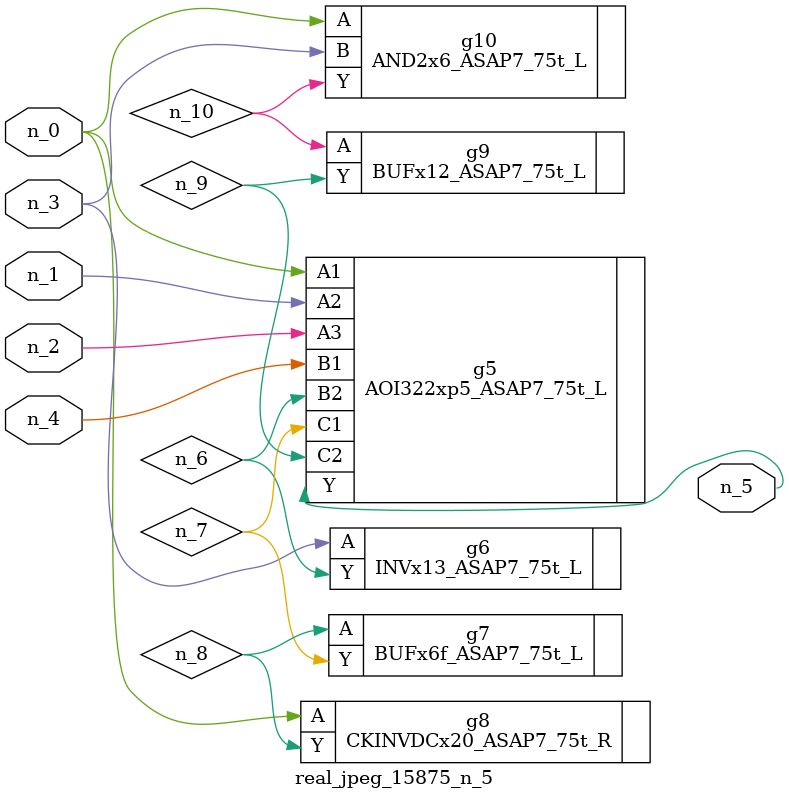
<source format=v>
module real_jpeg_15875_n_5 (n_4, n_0, n_1, n_2, n_3, n_5);

input n_4;
input n_0;
input n_1;
input n_2;
input n_3;

output n_5;

wire n_8;
wire n_6;
wire n_7;
wire n_10;
wire n_9;

AOI322xp5_ASAP7_75t_L g5 ( 
.A1(n_0),
.A2(n_1),
.A3(n_2),
.B1(n_4),
.B2(n_6),
.C1(n_7),
.C2(n_9),
.Y(n_5)
);

CKINVDCx20_ASAP7_75t_R g8 ( 
.A(n_0),
.Y(n_8)
);

AND2x6_ASAP7_75t_L g10 ( 
.A(n_0),
.B(n_3),
.Y(n_10)
);

INVx13_ASAP7_75t_L g6 ( 
.A(n_3),
.Y(n_6)
);

BUFx6f_ASAP7_75t_L g7 ( 
.A(n_8),
.Y(n_7)
);

BUFx12_ASAP7_75t_L g9 ( 
.A(n_10),
.Y(n_9)
);


endmodule
</source>
